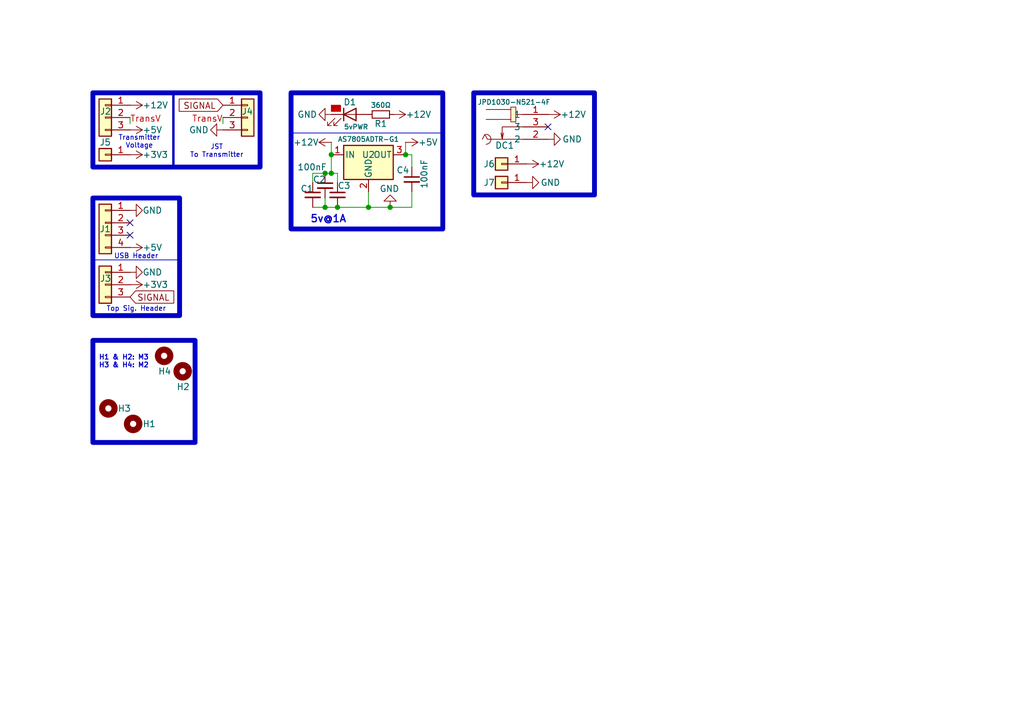
<source format=kicad_sch>
(kicad_sch (version 20231120) (generator "eeschema") (generator_version "8.0")
  (paper "A5")
  (lib_symbols
    (symbol "Connector_Generic:Conn_01x01" (pin_names (offset 1.016) hide)
      (property "Reference" "J" (at 0 2.54 0))
      (property "Value" "Conn_01x01" (at 0 -2.54 0))
      (symbol "Conn_01x01_1_1"
        (rectangle (start -1.27 0.127) (end 0 -0.127) (stroke (width 0.1524)))
        (rectangle (start -1.27 1.27) (end 1.27 -1.27) (stroke (width 0.254)) (fill (type background)))
        (pin passive line (at -5.08 0 0) (length 3.81) (name "Pin_1") (number "1"))
      )
    )
    (symbol "Connector_Generic:Conn_01x03" (pin_names (offset 1.016) hide)
      (property "Reference" "J" (at 0 5.08 0))
      (property "Value" "Conn_01x03" (at 0 -5.08 0))
      (symbol "Conn_01x03_1_1"
        (rectangle (start -1.27 -2.413) (end 0 -2.667) (stroke (width 0.1524)))
        (rectangle (start -1.27 0.127) (end 0 -0.127) (stroke (width 0.1524)))
        (rectangle (start -1.27 2.667) (end 0 2.413) (stroke (width 0.1524)))
        (rectangle (start -1.27 3.81) (end 1.27 -3.81) (stroke (width 0.254)) (fill (type background)))
        (pin passive line (at -5.08 2.54 0) (length 3.81) (name "Pin_1") (number "1"))
        (pin passive line (at -5.08 0 0) (length 3.81) (name "Pin_2") (number "2"))
        (pin passive line (at -5.08 -2.54 0) (length 3.81) (name "Pin_3") (number "3"))
      )
    )
    (symbol "Connector_Generic:Conn_01x04" (pin_names (offset 1.016) hide)
      (property "Reference" "J" (at 0 5.08 0))
      (property "Value" "Conn_01x04" (at 0 -7.62 0))
      (symbol "Conn_01x04_1_1"
        (rectangle (start -1.27 -4.953) (end 0 -5.207) (stroke (width 0.1524)))
        (rectangle (start -1.27 -2.413) (end 0 -2.667) (stroke (width 0.1524)))
        (rectangle (start -1.27 0.127) (end 0 -0.127) (stroke (width 0.1524)))
        (rectangle (start -1.27 2.667) (end 0 2.413) (stroke (width 0.1524)))
        (rectangle (start -1.27 3.81) (end 1.27 -6.35) (stroke (width 0.254)) (fill (type background)))
        (pin passive line (at -5.08 2.54 0) (length 3.81) (name "Pin_1") (number "1"))
        (pin passive line (at -5.08 0 0) (length 3.81) (name "Pin_2") (number "2"))
        (pin passive line (at -5.08 -2.54 0) (length 3.81) (name "Pin_3") (number "3"))
        (pin passive line (at -5.08 -5.08 0) (length 3.81) (name "Pin_4") (number "4"))
      )
    )
    (symbol "Device:C_Small" (pin_numbers hide) (pin_names (offset 0.254) hide)
      (property "Reference" "C" (at 0.254 1.778 0))
      (property "Value" "C_Small" (at 0.254 -2.032 0))
      (symbol "C_Small_0_1"
        (polyline (pts (xy -1.524 -0.508) (xy 1.524 -0.508)) (stroke (width 0.3302)))
        (polyline (pts (xy -1.524 0.508) (xy 1.524 0.508)) (stroke (width 0.3048)))
      )
      (symbol "C_Small_1_1"
        (pin passive line (at 0 2.54 270) (length 2.032) (name "~") (number "1"))
        (pin passive line (at 0 -2.54 90) (length 2.032) (name "~") (number "2"))
      )
    )
    (symbol "Device:LED" (pin_numbers hide) (pin_names (offset 1.016) hide)
      (property "Reference" "D" (at 0 2.54 0))
      (property "Value" "LED" (at 0 -2.54 0))
      (symbol "LED_0_1"
        (polyline (pts (xy -1.27 -1.27) (xy -1.27 1.27)) (stroke (width 0.254)))
        (polyline (pts (xy -1.27 0) (xy 1.27 0)))
        (polyline (pts (xy 1.27 -1.27) (xy 1.27 1.27) (xy -1.27 0) (xy 1.27 -1.27)) (stroke (width 0.254)))
        (polyline (pts (xy -3.048 -0.762) (xy -4.572 -2.286) (xy -3.81 -2.286) (xy -4.572 -2.286) (xy -4.572 -1.524)))
        (polyline (pts (xy -1.778 -0.762) (xy -3.302 -2.286) (xy -2.54 -2.286) (xy -3.302 -2.286) (xy -3.302 -1.524)))
      )
      (symbol "LED_1_1"
        (pin passive line (at -3.81 0 0) (length 2.54) (name "K") (number "1"))
        (pin passive line (at 3.81 0 180) (length 2.54) (name "A") (number "2"))
      )
    )
    (symbol "Device:R_Small" (pin_numbers hide) (pin_names (offset 0.254) hide)
      (property "Reference" "R" (at 0.762 0.508 0))
      (property "Value" "R_Small" (at 0.762 -1.016 0))
      (symbol "R_Small_0_1"
        (rectangle (start -0.762 1.778) (end 0.762 -1.778) (stroke (width 0.2032)))
      )
      (symbol "R_Small_1_1"
        (pin passive line (at 0 2.54 270) (length 0.762) (name "~") (number "1"))
        (pin passive line (at 0 -2.54 90) (length 0.762) (name "~") (number "2"))
      )
    )
    (symbol "EASYEDA Symbols:JPD1030-N521-4F"
      (property "Reference" "DC" (at 0 7.62 0))
      (property "Value" "JPD1030-N521-4F" (at 0 -7.62 0))
      (symbol "JPD1030-N521-4F_0_1"
        (arc (start -5.08 -3.56) (mid -4.0979 -2.54) (end -5.08 -1.52))
        (polyline (pts (xy -1.78 -2.54) (xy -1.52 -1.27)))
        (polyline (pts (xy 0 1.52) (xy -5.08 1.52)))
        (polyline (pts (xy 0 3.56) (xy -5.08 3.56)))
        (polyline (pts (xy 2.54 2.54) (xy 1.02 2.54)))
        (polyline (pts (xy 2.54 -2.54) (xy -4.83 -2.54) (xy -5.33 -1.52) (xy -5.84 -2.54)))
        (polyline (pts (xy 2.54 0) (xy -1.78 0) (xy -1.78 -2.54) (xy -2.03 -1.27)))
        (rectangle (start 0 4.06) (end 1.02 1.02) (fill (type background)))
        (pin unspecified line (at 7.62 2.54 180) (length 5.08) (name "1") (number "1"))
        (pin unspecified line (at 7.62 -2.54 180) (length 5.08) (name "2") (number "2"))
        (pin unspecified line (at 7.62 0 180) (length 5.08) (name "3") (number "3"))
      )
    )
    (symbol "Mechanical:MountingHole" (pin_names (offset 1.016))
      (property "Reference" "H" (at 0 5.08 0))
      (property "Value" "MountingHole" (at 0 3.175 0))
      (symbol "MountingHole_0_1"
        (circle (center 0 0) (radius 1.27) (stroke (width 1.27)))
      )
    )
    (symbol "Regulator_Linear:L7805" (pin_names (offset 0.254))
      (property "Reference" "U" (at -3.81 3.175 0))
      (property "Value" "L7805" (at 0 3.175 0))
      (symbol "L7805_0_1"
        (rectangle (start -5.08 1.905) (end 5.08 -5.08) (stroke (width 0.254)) (fill (type background)))
      )
      (symbol "L7805_1_1"
        (pin power_in line (at -7.62 0 0) (length 2.54) (name "IN") (number "1"))
        (pin power_in line (at 0 -7.62 90) (length 2.54) (name "GND") (number "2"))
        (pin power_out line (at 7.62 0 180) (length 2.54) (name "OUT") (number "3"))
      )
    )
    (symbol "power:+12V" (power) (pin_numbers hide) (pin_names (offset 0) hide)
      (property "Value" "+12V" (at 0 3.556 0))
      (symbol "+12V_0_1"
        (polyline (pts (xy -0.762 1.27) (xy 0 2.54)))
        (polyline (pts (xy 0 0) (xy 0 2.54)))
        (polyline (pts (xy 0 2.54) (xy 0.762 1.27)))
      )
      (symbol "+12V_1_1"
        (pin power_in line (at 0 0 90) (length 0) (name "~") (number "1"))
      )
    )
    (symbol "power:+3V3" (power) (pin_numbers hide) (pin_names (offset 0) hide)
      (property "Value" "+3V3" (at 0 3.556 0))
      (symbol "+3V3_0_1"
        (polyline (pts (xy -0.762 1.27) (xy 0 2.54)))
        (polyline (pts (xy 0 0) (xy 0 2.54)))
        (polyline (pts (xy 0 2.54) (xy 0.762 1.27)))
      )
      (symbol "+3V3_1_1"
        (pin power_in line (at 0 0 90) (length 0) (name "~") (number "1"))
      )
    )
    (symbol "power:+5V" (power) (pin_numbers hide) (pin_names (offset 0) hide)
      (property "Value" "+5V" (at 0 3.556 0))
      (symbol "+5V_0_1"
        (polyline (pts (xy -0.762 1.27) (xy 0 2.54)))
        (polyline (pts (xy 0 0) (xy 0 2.54)))
        (polyline (pts (xy 0 2.54) (xy 0.762 1.27)))
      )
      (symbol "+5V_1_1"
        (pin power_in line (at 0 0 90) (length 0) (name "~") (number "1"))
      )
    )
    (symbol "power:GND" (power) (pin_names (offset 0))
      (property "Value" "GND" (at 0 -3.81 0))
      (symbol "GND_0_1"
        (polyline (pts (xy 0 0) (xy 0 -1.27) (xy 1.27 -1.27) (xy 0 -2.54) (xy -1.27 -1.27) (xy 0 -1.27)))
      )
      (symbol "GND_1_1"
        (pin power_in line (at 0 0 270) (length 0) hide (name "GND") (number "1"))
      )
    )
  )
  (junction (at 80.01 42.545))
  (junction (at 67.945 35.56))
  (junction (at 69.215 42.545))
  (junction (at 67.945 31.75))
  (junction (at 83.185 31.75))
  (junction (at 66.675 35.56))
  (junction (at 66.675 42.545))
  (junction (at 75.565 42.545))
  (no_connect (at 112.395 26.035))
  (no_connect (at 26.67 45.72))
  (no_connect (at 26.67 48.26))
  (wire (pts (xy 64.135 42.545) (xy 66.675 42.545)))
  (wire (pts (xy 66.675 42.545) (xy 66.675 40.64)))
  (wire (pts (xy 69.215 37.465) (xy 69.215 35.56)))
  (wire (pts (xy 80.01 42.545) (xy 75.565 42.545)))
  (wire (pts (xy 26.67 25.4) (xy 26.67 24.13)))
  (wire (pts (xy 67.945 31.75) (xy 67.945 35.56)))
  (wire (pts (xy 45.72 25.4) (xy 45.72 24.13)))
  (wire (pts (xy 84.455 39.37) (xy 84.455 42.545)))
  (wire (pts (xy 69.215 35.56) (xy 67.945 35.56)))
  (wire (pts (xy 75.565 42.545) (xy 69.215 42.545)))
  (wire (pts (xy 83.185 29.21) (xy 83.185 31.75)))
  (wire (pts (xy 84.455 31.75) (xy 84.455 34.29)))
  (wire (pts (xy 66.675 42.545) (xy 69.215 42.545)))
  (wire (pts (xy 75.565 39.37) (xy 75.565 42.545)))
  (wire (pts (xy 84.455 42.545) (xy 80.01 42.545)))
  (wire (pts (xy 64.135 37.465) (xy 64.135 35.56)))
  (wire (pts (xy 83.185 31.75) (xy 84.455 31.75)))
  (wire (pts (xy 67.945 29.21) (xy 67.945 31.75)))
  (wire (pts (xy 64.135 35.56) (xy 66.675 35.56)))
  (wire (pts (xy 67.945 35.56) (xy 66.675 35.56)))
  (rectangle (start 35.56 19.05) (end 53.34 34.29) (stroke (width 0.5)))
  (rectangle (start 59.69 19.05) (end 90.805 46.99) (stroke (width 1)))
  (rectangle (start 19.05 40.64) (end 36.83 53.34))
  (rectangle (start 19.05 40.64) (end 36.83 64.77) (stroke (width 1)))
  (rectangle (start 59.69 19.05) (end 90.805 27.305))
  (rectangle (start 19.05 19.05) (end 53.34 34.29) (stroke (width 1)))
  (rectangle (start 67.945 21.59) (end 69.85 22.86) (stroke (width 0) (color 194 0 0 1)) (fill (type color) (color 194 0 0 1)))
  (rectangle (start 19.05 69.85) (end 40.005 90.805) (stroke (width 1)))
  (rectangle (start 97.155 19.05) (end 121.92 40.005) (stroke (width 1)))
  (text "Transmitter\nVoltage" (at 28.575 29.21 0) (effects (font (size 1 1))))
  (text "USB Header" (at 27.94 52.705 0) (effects (font (size 1 1))))
  (text "Top Sig. Header" (at 27.94 63.5 0) (effects (font (size 1 1))))
  (text "JST\nTo Transmitter" (at 44.45 31.115 0) (effects (font (size 1 1))))
  (text "H1 & H2: M3\nH3 & H4: M2" (at 25.4 74.295 0) (effects (font (size 1 1) (bold yes))))
  (text "5v@1A" (at 71.12 45.085 0) (effects (font (size 1.5 1.5) (thickness 0.254) (bold yes)) (justify right)))
  (label "TransV" (at 26.67 25.4 0))
  (label "TransV" (at 45.72 25.4 180))
  (global_label "SIGNAL" (shape input) (at 26.67 60.96 0) (property "Intersheetrefs" "${INTERSHEET_REFS}" (effects (hide yes))))
  (global_label "SIGNAL" (shape input) (at 45.72 21.59 180) (property "Intersheetrefs" "${INTERSHEET_REFS}" (effects (hide yes))))
  (symbol (lib_id "Connector_Generic:Conn_01x01") (at 102.87 37.465 180) (unit 1)
    (property "Reference" "J7" (at 100.33 37.465 0))
    (property "Value" "Conn_01x01" (effects (hide yes)))
    (property "Footprint" "Connector_PinHeader_2.54mm:PinHeader_1x01_P2.54mm_Vertical" (effects (hide yes)))
    (property "Description" "Generic connector, single row, 01x01, script generated (kicad-library-utils/schlib/autogen/connector/)" (effects (hide yes)))
  )
  (symbol (lib_id "Mechanical:MountingHole") (at 33.655 73.025 270) (unit 1)
    (property "Reference" "H4" (at 32.385 76.2 90) (effects (justify left)))
    (property "Value" "MountingHole" (effects (hide yes)))
    (property "Footprint" "MountingHole:MountingHole_2.2mm_M2_ISO7380" (effects (hide yes)))
    (property "Description" "Mounting Hole without connection" (effects (hide yes)))
  )
  (symbol (lib_id "power:+3V3") (at 26.67 31.75 270) (unit 1)
    (property "Reference" "#PWR015" (effects (hide yes)))
    (property "Value" "+3V3" (at 29.21 31.75 90) (effects (justify left)))
    (property "Description" "Power symbol creates a global label with name \"+3V3\"" (effects (hide yes)))
  )
  (symbol (lib_id "Connector_Generic:Conn_01x03") (at 21.59 58.42 0) (mirror y) (unit 1)
    (property "Reference" "J3" (at 22.86 57.15 0) (effects (justify left)))
    (property "Value" "Conn_01x03" (effects (hide yes)))
    (property "Footprint" "Connector_PinSocket_2.54mm:PinSocket_1x03_P2.54mm_Vertical" (effects (hide yes)))
    (property "Description" "Generic connector, single row, 01x03, script generated (kicad-library-utils/schlib/autogen/connector/)" (effects (hide yes)))
  )
  (symbol (lib_id "Connector_Generic:Conn_01x01") (at 21.59 31.75 180) (unit 1)
    (property "Reference" "J5" (at 21.59 29.21 0))
    (property "Value" "Conn_01x01" (effects (hide yes)))
    (property "Footprint" "Connector_PinHeader_2.54mm:PinHeader_1x01_P2.54mm_Vertical" (effects (hide yes)))
    (property "Description" "Generic connector, single row, 01x01, script generated (kicad-library-utils/schlib/autogen/connector/)" (effects (hide yes)))
  )
  (symbol (lib_id "Device:R_Small") (at 78.105 23.495 90) (unit 1)
    (property "Reference" "R1" (at 78.105 25.4 90))
    (property "Value" "360Ω" (at 78.105 21.59 90) (effects (font (size 1 1))))
    (property "Footprint" "CustomFootprints:THT-Resistor_Customised" (effects (hide yes)))
  )
  (symbol (lib_id "Device:C_Small") (at 69.215 40.005 0) (unit 1)
    (property "Reference" "C3" (at 69.215 38.1 0) (effects (justify left)))
    (property "Value" "100nF" (effects (hide yes)))
    (property "Footprint" "Capacitor_SMD:C_0603_1608Metric_Pad1.08x0.95mm_HandSolder" (effects (hide yes)))
    (property "LCSC" "C6119861" (effects (hide yes)))
  )
  (symbol (lib_id "power:+12V") (at 26.67 21.59 270) (mirror x) (unit 1)
    (property "Reference" "#PWR04" (effects (hide yes)))
    (property "Value" "+12V" (at 29.21 21.59 90) (effects (justify left)))
    (property "Description" "Power symbol creates a global label with name \"+12V\"" (effects (hide yes)))
  )
  (symbol (lib_id "power:+5V") (at 26.67 50.8 270) (unit 1)
    (property "Reference" "#PWR02" (effects (hide yes)))
    (property "Value" "+5V" (at 29.21 50.8 90) (effects (justify left)))
    (property "Description" "Power symbol creates a global label with name \"+5V\"" (effects (hide yes)))
  )
  (symbol (lib_id "Device:LED") (at 71.755 23.495 0) (unit 1)
    (property "Reference" "D1" (at 71.755 20.955 0))
    (property "Value" "5vPWR" (at 73.025 26.035 0) (effects (font (size 1 1))))
    (property "Footprint" "LED_THT:LED_D3.0mm" (effects (hide yes)))
    (property "LCSC" "C440523" (effects (hide yes)))
  )
  (symbol (lib_id "power:GND") (at 80.01 42.545 180) (unit 1)
    (property "Reference" "#PWR09" (effects (hide yes)))
    (property "Value" "GND" (at 81.915 38.735 0) (effects (justify left)))
  )
  (symbol (lib_id "Device:C_Small") (at 84.455 36.83 0) (unit 1)
    (property "Reference" "C4" (at 81.28 34.925 0) (effects (justify left)))
    (property "Value" "100nF" (at 86.995 38.735 90) (effects (justify left)))
    (property "Footprint" "Capacitor_SMD:C_0603_1608Metric_Pad1.08x0.95mm_HandSolder" (effects (hide yes)))
    (property "LCSC" "C6119861" (effects (hide yes)))
  )
  (symbol (lib_id "Regulator_Linear:L7805") (at 75.565 31.75 0) (unit 1)
    (property "Reference" "U2" (at 75.565 31.75 0))
    (property "Value" "AS7805ADTR-G1" (at 75.565 28.575 0) (effects (font (size 1 1))))
    (property "Footprint" "PCM_Package_TO_SOT_SMD_AKL:TO-252-2" (effects (hide yes)))
    (property "LCSC" "C294595" (effects (hide yes)))
  )
  (symbol (lib_id "power:GND") (at 67.945 23.495 270) (mirror x) (unit 1)
    (property "Reference" "#PWR08" (effects (hide yes)))
    (property "Value" "GND" (at 60.96 23.495 90) (effects (justify left)))
  )
  (symbol (lib_id "power:GND") (at 26.67 55.88 90) (mirror x) (unit 1)
    (property "Reference" "#PWR06" (effects (hide yes)))
    (property "Value" "GND" (at 29.21 55.88 90) (effects (justify right)))
  )
  (symbol (lib_id "power:+12V") (at 67.945 29.21 90) (mirror x) (unit 1)
    (property "Reference" "#PWR010" (effects (hide yes)))
    (property "Value" "+12V" (at 65.405 29.21 90) (effects (justify left)))
    (property "Description" "Power symbol creates a global label with name \"+12V\"" (effects (hide yes)))
  )
  (symbol (lib_id "Connector_Generic:Conn_01x03") (at 21.59 24.13 0) (mirror y) (unit 1)
    (property "Reference" "J2" (at 22.86 22.86 0) (effects (justify left)))
    (property "Value" "Conn_01x03" (effects (hide yes)))
    (property "Footprint" "Connector_PinHeader_2.54mm:PinHeader_1x03_P2.54mm_Vertical" (effects (hide yes)))
    (property "Description" "Generic connector, single row, 01x03, script generated (kicad-library-utils/schlib/autogen/connector/)" (effects (hide yes)))
  )
  (symbol (lib_id "Connector_Generic:Conn_01x04") (at 21.59 45.72 0) (mirror y) (unit 1)
    (property "Reference" "J1" (at 21.59 46.99 0))
    (property "Value" "Conn_01x04" (effects (hide yes)))
    (property "Footprint" "Connector_PinSocket_2.54mm:PinSocket_1x04_P2.54mm_Vertical" (effects (hide yes)))
    (property "Description" "Generic connector, single row, 01x04, script generated (kicad-library-utils/schlib/autogen/connector/)" (effects (hide yes)))
  )
  (symbol (lib_id "power:+3V3") (at 26.67 58.42 270) (unit 1)
    (property "Reference" "#PWR014" (effects (hide yes)))
    (property "Value" "+3V3" (at 29.21 58.42 90) (effects (justify left)))
    (property "Description" "Power symbol creates a global label with name \"+3V3\"" (effects (hide yes)))
  )
  (symbol (lib_id "power:+12V") (at 107.95 33.655 270) (mirror x) (unit 1)
    (property "Reference" "#PWR017" (effects (hide yes)))
    (property "Value" "+12V" (at 110.49 33.655 90) (effects (justify left)))
    (property "Description" "Power symbol creates a global label with name \"+12V\"" (effects (hide yes)))
  )
  (symbol (lib_id "power:+5V") (at 26.67 26.67 270) (mirror x) (unit 1)
    (property "Reference" "#PWR03" (effects (hide yes)))
    (property "Value" "+5V" (at 29.21 26.67 90) (effects (justify left)))
    (property "Description" "Power symbol creates a global label with name \"+5V\"" (effects (hide yes)))
  )
  (symbol (lib_id "EASYEDA Symbols:JPD1030-N521-4F") (at 104.775 26.035 0) (unit 1)
    (property "Reference" "DC1" (at 103.505 29.845 0))
    (property "Value" "JPD1030-N521-4F" (at 105.41 20.955 0) (effects (font (size 1 1))))
    (property "Footprint" "EASYEDA Footprints:DC-IN-TH_JPD1030-N521-4F" (effects (hide yes)))
    (property "LCSC Part" "C426213" (effects (hide yes)))
  )
  (symbol (lib_id "power:GND") (at 112.395 28.575 90) (mirror x) (unit 1)
    (property "Reference" "#PWR013" (effects (hide yes)))
    (property "Value" "GND" (at 119.38 28.575 90) (effects (justify left)))
  )
  (symbol (lib_id "power:+5V") (at 83.185 29.21 270) (unit 1)
    (property "Reference" "#PWR012" (effects (hide yes)))
    (property "Value" "+5V" (at 85.725 29.21 90) (effects (justify left)))
    (property "Description" "Power symbol creates a global label with name \"+5V\"" (effects (hide yes)))
  )
  (symbol (lib_id "Mechanical:MountingHole") (at 22.225 83.82 0) (unit 1)
    (property "Reference" "H3" (at 24.13 83.82 0) (effects (justify left)))
    (property "Value" "MountingHole" (effects (hide yes)))
    (property "Footprint" "MountingHole:MountingHole_2.2mm_M2_ISO7380" (effects (hide yes)))
    (property "Description" "Mounting Hole without connection" (effects (hide yes)))
  )
  (symbol (lib_id "Mechanical:MountingHole") (at 27.305 86.995 0) (unit 1)
    (property "Reference" "H1" (at 29.21 86.995 0) (effects (justify left)))
    (property "Value" "MountingHole" (effects (hide yes)))
    (property "Footprint" "MountingHole:MountingHole_3.2mm_M3_ISO7380" (effects (hide yes)))
    (property "Description" "Mounting Hole without connection" (effects (hide yes)))
  )
  (symbol (lib_id "Connector_Generic:Conn_01x03") (at 50.8 24.13 0) (unit 1)
    (property "Reference" "J4" (at 49.53 22.86 0) (effects (justify left)))
    (property "Value" "Conn_01x03" (effects (hide yes)))
    (property "Footprint" "CustomFootprints:JST-XH 03 - Endstop" (effects (hide yes)))
    (property "Description" "Generic connector, single row, 01x03, script generated (kicad-library-utils/schlib/autogen/connector/)" (effects (hide yes)))
  )
  (symbol (lib_id "Mechanical:MountingHole") (at 37.465 76.2 0) (unit 1)
    (property "Reference" "H2" (at 36.195 79.375 0) (effects (justify left)))
    (property "Value" "MountingHole" (effects (hide yes)))
    (property "Footprint" "MountingHole:MountingHole_3.2mm_M3_ISO7380" (effects (hide yes)))
    (property "Description" "Mounting Hole without connection" (effects (hide yes)))
  )
  (symbol (lib_id "Device:C_Small") (at 64.135 40.005 0) (unit 1)
    (property "Reference" "C1" (at 61.595 38.735 0) (effects (justify left)))
    (property "Value" "100nF" (at 60.96 34.29 0) (effects (justify left)))
    (property "Footprint" "Capacitor_SMD:C_0603_1608Metric_Pad1.08x0.95mm_HandSolder" (effects (hide yes)))
    (property "LCSC" "C6119861" (effects (hide yes)))
  )
  (symbol (lib_id "power:+12V") (at 80.645 23.495 270) (mirror x) (unit 1)
    (property "Reference" "#PWR05" (effects (hide yes)))
    (property "Value" "+12V" (at 83.185 23.495 90) (effects (justify left)))
    (property "Description" "Power symbol creates a global label with name \"+12V\"" (effects (hide yes)))
  )
  (symbol (lib_id "Device:C_Small") (at 66.675 38.1 0) (unit 1)
    (property "Reference" "C2" (at 64.135 36.83 0) (effects (justify left)))
    (property "Value" "100nF" (effects (hide yes)))
    (property "Footprint" "Capacitor_SMD:C_0603_1608Metric_Pad1.08x0.95mm_HandSolder" (effects (hide yes)))
    (property "LCSC" "C6119861" (effects (hide yes)))
  )
  (symbol (lib_id "power:+12V") (at 112.395 23.495 270) (mirror x) (unit 1)
    (property "Reference" "#PWR011" (effects (hide yes)))
    (property "Value" "+12V" (at 114.935 23.495 90) (effects (justify left)))
    (property "Description" "Power symbol creates a global label with name \"+12V\"" (effects (hide yes)))
  )
  (symbol (lib_id "power:GND") (at 107.95 37.465 90) (mirror x) (unit 1)
    (property "Reference" "#PWR016" (effects (hide yes)))
    (property "Value" "GND" (at 114.935 37.465 90) (effects (justify left)))
  )
  (symbol (lib_id "power:GND") (at 45.72 26.67 270) (mirror x) (unit 1)
    (property "Reference" "#PWR07" (effects (hide yes)))
    (property "Value" "GND" (at 38.735 26.67 90) (effects (justify left)))
  )
  (symbol (lib_id "power:GND") (at 26.67 43.18 90) (unit 1)
    (property "Reference" "#PWR01" (effects (hide yes)))
    (property "Value" "GND" (at 29.21 43.18 90) (effects (justify right)))
  )
  (symbol (lib_id "Connector_Generic:Conn_01x01") (at 102.87 33.655 180) (unit 1)
    (property "Reference" "J6" (at 100.33 33.655 0))
    (property "Value" "Conn_01x01" (effects (hide yes)))
    (property "Footprint" "Connector_PinHeader_2.54mm:PinHeader_1x01_P2.54mm_Vertical" (effects (hide yes)))
    (property "Description" "Generic connector, single row, 01x01, script generated (kicad-library-utils/schlib/autogen/connector/)" (effects (hide yes)))
  )
)
</source>
